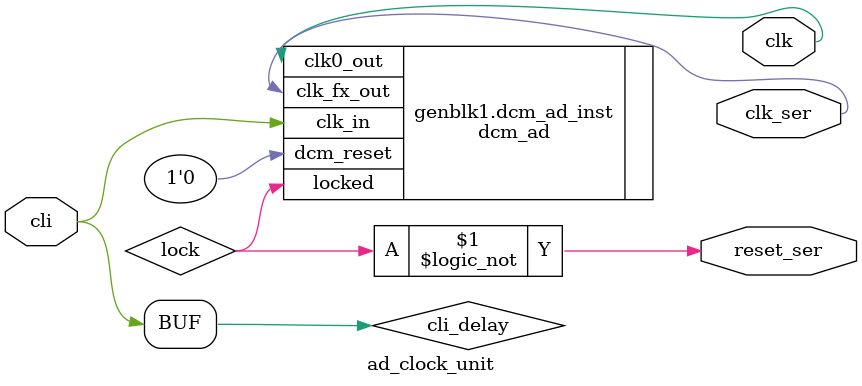
<source format=v>
`timescale 1ns/1ps

module ad_clock_unit # (
	parameter	CLK_UNIT_VENDOR		= "xilinx"		//´®ÐÐÊ±ÖÓÆ÷¼þ£¬"xilinx" "lattice"
	)
	(
	input			cli			,
	output			clk			,
	output			clk_ser		,
	output			reset_ser
	);

	//	ref signals
	wire			cli_delay	;
	wire			lock	;

	//	ref ARCHITECTURE

	//	-------------------------------------------------------------------------------------
	//	tCLIDLY typ value is 5 ns
	//	-------------------------------------------------------------------------------------
	assign	#5 cli_delay		= cli;

	//	-------------------------------------------------------------------------------------
	//	¸ßËÙÊ±ÖÓ
	//	-------------------------------------------------------------------------------------
	generate
		if(CLK_UNIT_VENDOR=="xilinx") begin
			dcm_ad dcm_ad_inst (
			.clk_in		(cli_delay		),
			.dcm_reset	(1'b0			),
			.clk0_out	(clk			),
			.clk_fx_out	(clk_ser		),
			.locked		(lock			)
			);
			assign	reset_ser	= !lock;
		end
		else if(CLK_UNIT_VENDOR=="lattice") begin
			pll_ad pll_ad_inst (
			.CLKI	(cli	),
			.CLKOP	(clk_ser	),
			.CLKOS	(clk		),
			.LOCK	(lock		)
			);
			assign	reset_ser	= !lock;
		end
	endgenerate



endmodule

</source>
